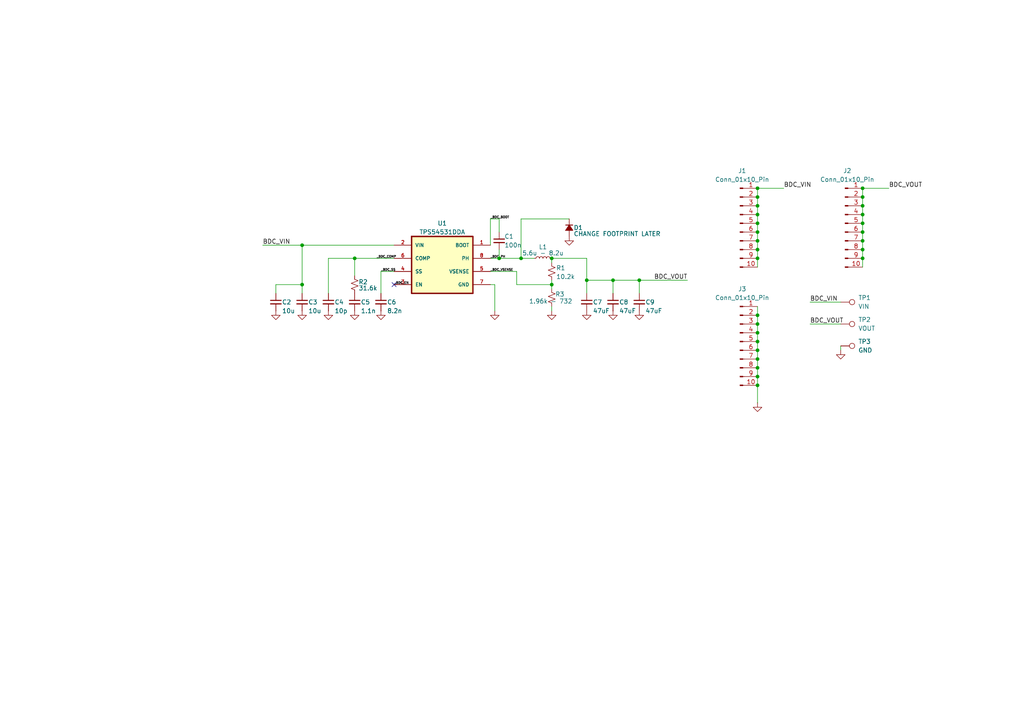
<source format=kicad_sch>
(kicad_sch (version 20250114) (generator "eeschema") (generator_version "9.0")
  (paper "A4")
  (lib_symbols
    (symbol "Connector:Conn_01x10_Pin" (pin_names (offset 1.016) (hide yes))
      (property "Reference" "J" (at 0 12.7 0))
      (property "Value" "Conn_01x10_Pin" (at 0 -15.24 0))
      (symbol "Conn_01x10_Pin_1_1"
        (rectangle (start 0.8636 10.287) (end 0 10.033) (stroke (width 0.1524)) (fill (type outline)))
        (rectangle (start 0.8636 7.747) (end 0 7.493) (stroke (width 0.1524)) (fill (type outline)))
        (rectangle (start 0.8636 5.207) (end 0 4.953) (stroke (width 0.1524)) (fill (type outline)))
        (rectangle (start 0.8636 2.667) (end 0 2.413) (stroke (width 0.1524)) (fill (type outline)))
        (rectangle (start 0.8636 0.127) (end 0 -0.127) (stroke (width 0.1524)) (fill (type outline)))
        (rectangle (start 0.8636 -2.413) (end 0 -2.667) (stroke (width 0.1524)) (fill (type outline)))
        (rectangle (start 0.8636 -4.953) (end 0 -5.207) (stroke (width 0.1524)) (fill (type outline)))
        (rectangle (start 0.8636 -7.493) (end 0 -7.747) (stroke (width 0.1524)) (fill (type outline)))
        (rectangle (start 0.8636 -10.033) (end 0 -10.287) (stroke (width 0.1524)) (fill (type outline)))
        (rectangle (start 0.8636 -12.573) (end 0 -12.827) (stroke (width 0.1524)) (fill (type outline)))
        (polyline (pts (xy 1.27 10.16) (xy 0.8636 10.16)) (stroke (width 0.1524)))
        (polyline (pts (xy 1.27 7.62) (xy 0.8636 7.62)) (stroke (width 0.1524)))
        (polyline (pts (xy 1.27 5.08) (xy 0.8636 5.08)) (stroke (width 0.1524)))
        (polyline (pts (xy 1.27 2.54) (xy 0.8636 2.54)) (stroke (width 0.1524)))
        (polyline (pts (xy 1.27 0) (xy 0.8636 0)) (stroke (width 0.1524)))
        (polyline (pts (xy 1.27 -2.54) (xy 0.8636 -2.54)) (stroke (width 0.1524)))
        (polyline (pts (xy 1.27 -5.08) (xy 0.8636 -5.08)) (stroke (width 0.1524)))
        (polyline (pts (xy 1.27 -7.62) (xy 0.8636 -7.62)) (stroke (width 0.1524)))
        (polyline (pts (xy 1.27 -10.16) (xy 0.8636 -10.16)) (stroke (width 0.1524)))
        (polyline (pts (xy 1.27 -12.7) (xy 0.8636 -12.7)) (stroke (width 0.1524)))
        (pin passive line (at 5.08 10.16 180) (length 3.81) (name "Pin_1") (number "1"))
        (pin passive line (at 5.08 7.62 180) (length 3.81) (name "Pin_2") (number "2"))
        (pin passive line (at 5.08 5.08 180) (length 3.81) (name "Pin_3") (number "3"))
        (pin passive line (at 5.08 2.54 180) (length 3.81) (name "Pin_4") (number "4"))
        (pin passive line (at 5.08 0 180) (length 3.81) (name "Pin_5") (number "5"))
        (pin passive line (at 5.08 -2.54 180) (length 3.81) (name "Pin_6") (number "6"))
        (pin passive line (at 5.08 -5.08 180) (length 3.81) (name "Pin_7") (number "7"))
        (pin passive line (at 5.08 -7.62 180) (length 3.81) (name "Pin_8") (number "8"))
        (pin passive line (at 5.08 -10.16 180) (length 3.81) (name "Pin_9") (number "9"))
        (pin passive line (at 5.08 -12.7 180) (length 3.81) (name "Pin_10") (number "10"))
      )
    )
    (symbol "Connector:TestPoint" (pin_numbers (hide yes)) (pin_names (offset 0.762) (hide yes))
      (property "Reference" "TP" (at 0 6.858 0))
      (property "Value" "TestPoint" (at 0 5.08 0))
      (symbol "TestPoint_0_1"
        (circle (center 0 3.302) (radius 0.762))
      )
      (symbol "TestPoint_1_1"
        (pin passive line (at 0 0 90) (length 2.54) (name "1") (number "1"))
      )
    )
    (symbol "Device:C_Small" (pin_numbers (hide yes)) (pin_names (offset 0.254) (hide yes))
      (property "Reference" "C" (at 0.254 1.778 0))
      (property "Value" "C_Small" (at 0.254 -2.032 0))
      (symbol "C_Small_0_1"
        (polyline (pts (xy -1.524 0.508) (xy 1.524 0.508)) (stroke (width 0.3048)))
        (polyline (pts (xy -1.524 -0.508) (xy 1.524 -0.508)) (stroke (width 0.3302)))
      )
      (symbol "C_Small_1_1"
        (pin passive line (at 0 2.54 270) (length 2.032) (name "~") (number "1"))
        (pin passive line (at 0 -2.54 90) (length 2.032) (name "~") (number "2"))
      )
    )
    (symbol "Device:D_Small_Filled" (pin_numbers (hide yes)) (pin_names (offset 0.254) (hide yes))
      (property "Reference" "D" (at -1.27 2.032 0))
      (property "Value" "D_Small_Filled" (at -3.81 -2.032 0))
      (symbol "D_Small_Filled_0_1"
        (polyline (pts (xy -0.762 0) (xy 0.762 0)))
        (polyline (pts (xy -0.762 -1.016) (xy -0.762 1.016)) (stroke (width 0.254)))
        (polyline (pts (xy 0.762 -1.016) (xy -0.762 0) (xy 0.762 1.016) (xy 0.762 -1.016)) (stroke (width 0.254)) (fill (type outline)))
      )
      (symbol "D_Small_Filled_1_1"
        (pin passive line (at -2.54 0 0) (length 1.778) (name "K") (number "1"))
        (pin passive line (at 2.54 0 180) (length 1.778) (name "A") (number "2"))
      )
    )
    (symbol "Device:L_Small" (pin_numbers (hide yes)) (pin_names (offset 0.254) (hide yes))
      (property "Reference" "L" (at 0.762 1.016 0))
      (property "Value" "L_Small" (at 0.762 -1.016 0))
      (symbol "L_Small_0_1"
        (arc (start 0 2.032) (mid 0.5058 1.524) (end 0 1.016))
        (arc (start 0 1.016) (mid 0.5058 0.508) (end 0 0))
        (arc (start 0 0) (mid 0.5058 -0.508) (end 0 -1.016))
        (arc (start 0 -1.016) (mid 0.5058 -1.524) (end 0 -2.032))
      )
      (symbol "L_Small_1_1"
        (pin passive line (at 0 2.54 270) (length 0.508) (name "~") (number "1"))
        (pin passive line (at 0 -2.54 90) (length 0.508) (name "~") (number "2"))
      )
    )
    (symbol "Device:R_Small_US" (pin_numbers (hide yes)) (pin_names (offset 0.254) (hide yes))
      (property "Reference" "R" (at 0.762 0.508 0))
      (property "Value" "R_Small_US" (at 0.762 -1.016 0))
      (symbol "R_Small_US_1_1"
        (polyline (pts (xy 0 1.524) (xy 1.016 1.143) (xy 0 0.762) (xy -1.016 0.381) (xy 0 0)))
        (polyline (pts (xy 0 0) (xy 1.016 -0.381) (xy 0 -0.762) (xy -1.016 -1.143) (xy 0 -1.524)))
        (pin passive line (at 0 2.54 270) (length 1.016) (name "~") (number "1"))
        (pin passive line (at 0 -2.54 90) (length 1.016) (name "~") (number "2"))
      )
    )
    (symbol "TPS54531DDA:TPS54531DDA" (pin_names (offset 1.016))
      (property "Reference" "U" (at -0.762 9.652 0))
      (property "Value" "TPS54531DDA" (at -6.604 7.874 0))
      (symbol "TPS54531DDA_0_0"
        (rectangle (start -8.89 7.62) (end 8.89 -8.89) (stroke (width 0.41)) (fill (type background)))
        (pin input line (at -13.97 5.08 0) (length 5.08) (name "VIN") (number "2"))
        (pin output line (at -13.97 1.27 0) (length 5.08) (name "COMP") (number "6"))
        (pin input line (at -13.97 -2.54 0) (length 5.08) (name "SS") (number "4"))
        (pin input line (at -13.97 -6.35 0) (length 5.08) (name "EN") (number "3"))
        (pin output line (at 13.97 5.08 180) (length 5.08) (name "BOOT") (number "1"))
        (pin output line (at 13.97 1.27 180) (length 5.08) (name "PH") (number "8"))
        (pin input line (at 13.97 -2.54 180) (length 5.08) (name "VSENSE") (number "5"))
        (pin power_in line (at 13.97 -6.35 180) (length 5.08) (name "GND") (number "7"))
      )
    )
    (symbol "power:GND" (power) (pin_numbers (hide yes)) (pin_names (offset 0) (hide yes))
      (property "Value" "GND" (at 0 -3.81 0))
      (symbol "GND_0_1"
        (polyline (pts (xy 0 0) (xy 0 -1.27) (xy 1.27 -1.27) (xy 0 -2.54) (xy -1.27 -1.27) (xy 0 -1.27)))
      )
      (symbol "GND_1_1"
        (pin power_in line (at 0 0 270) (length 0) (name "~") (number "1"))
      )
    )
  )
  (junction (at 219.71 104.14))
  (junction (at 250.19 57.15))
  (junction (at 219.71 54.61))
  (junction (at 160.02 74.93))
  (junction (at 219.71 57.15))
  (junction (at 177.8 81.28))
  (junction (at 219.71 111.76))
  (junction (at 219.71 101.6))
  (junction (at 219.71 59.69))
  (junction (at 250.19 67.31))
  (junction (at 144.78 74.93))
  (junction (at 250.19 59.69))
  (junction (at 219.71 74.93))
  (junction (at 250.19 69.85))
  (junction (at 250.19 64.77))
  (junction (at 219.71 62.23))
  (junction (at 219.71 99.06))
  (junction (at 219.71 72.39))
  (junction (at 87.63 82.55))
  (junction (at 151.13 74.93))
  (junction (at 219.71 69.85))
  (junction (at 250.19 74.93))
  (junction (at 219.71 93.98))
  (junction (at 102.87 74.93))
  (junction (at 219.71 64.77))
  (junction (at 250.19 72.39))
  (junction (at 250.19 54.61))
  (junction (at 250.19 62.23))
  (junction (at 219.71 91.44))
  (junction (at 160.02 82.55))
  (junction (at 87.63 71.12))
  (junction (at 219.71 96.52))
  (junction (at 219.71 109.22))
  (junction (at 185.42 81.28))
  (junction (at 219.71 106.68))
  (junction (at 219.71 67.31))
  (junction (at 170.18 81.28))
  (no_connect (at 114.3 82.55))
  (wire (pts (xy 149.86 78.74) (xy 149.86 82.55)))
  (wire (pts (xy 250.19 67.31) (xy 250.19 69.85)))
  (wire (pts (xy 151.13 63.5) (xy 151.13 74.93)))
  (wire (pts (xy 250.19 72.39) (xy 250.19 74.93)))
  (wire (pts (xy 250.19 54.61) (xy 250.19 57.15)))
  (wire (pts (xy 170.18 81.28) (xy 170.18 74.93)))
  (wire (pts (xy 219.71 72.39) (xy 219.71 74.93)))
  (wire (pts (xy 170.18 85.09) (xy 170.18 81.28)))
  (wire (pts (xy 219.71 74.93) (xy 219.71 77.47)))
  (wire (pts (xy 87.63 71.12) (xy 114.3 71.12)))
  (wire (pts (xy 219.71 62.23) (xy 219.71 64.77)))
  (wire (pts (xy 160.02 90.17) (xy 160.02 88.9)))
  (wire (pts (xy 170.18 74.93) (xy 160.02 74.93)))
  (wire (pts (xy 185.42 85.09) (xy 185.42 81.28)))
  (wire (pts (xy 250.19 69.85) (xy 250.19 72.39)))
  (wire (pts (xy 160.02 74.93) (xy 160.02 76.2)))
  (wire (pts (xy 80.01 82.55) (xy 80.01 85.09)))
  (wire (pts (xy 144.78 74.93) (xy 151.13 74.93)))
  (wire (pts (xy 219.71 93.98) (xy 219.71 96.52)))
  (wire (pts (xy 199.39 81.28) (xy 185.42 81.28)))
  (wire (pts (xy 102.87 74.93) (xy 114.3 74.93)))
  (wire (pts (xy 250.19 64.77) (xy 250.19 67.31)))
  (wire (pts (xy 142.24 63.5) (xy 142.24 71.12)))
  (wire (pts (xy 250.19 59.69) (xy 250.19 62.23)))
  (wire (pts (xy 160.02 81.28) (xy 160.02 82.55)))
  (wire (pts (xy 243.84 101.6) (xy 243.84 100.33)))
  (wire (pts (xy 219.71 111.76) (xy 219.71 116.84)))
  (wire (pts (xy 87.63 82.55) (xy 87.63 85.09)))
  (wire (pts (xy 144.78 74.93) (xy 144.78 72.39)))
  (wire (pts (xy 219.71 69.85) (xy 219.71 72.39)))
  (wire (pts (xy 177.8 81.28) (xy 170.18 81.28)))
  (wire (pts (xy 219.71 96.52) (xy 219.71 99.06)))
  (wire (pts (xy 219.71 88.9) (xy 219.71 91.44)))
  (wire (pts (xy 250.19 57.15) (xy 250.19 59.69)))
  (wire (pts (xy 142.24 74.93) (xy 144.78 74.93)))
  (wire (pts (xy 219.71 101.6) (xy 219.71 104.14)))
  (wire (pts (xy 95.25 74.93) (xy 102.87 74.93)))
  (wire (pts (xy 95.25 85.09) (xy 95.25 74.93)))
  (wire (pts (xy 110.49 85.09) (xy 110.49 78.74)))
  (wire (pts (xy 87.63 71.12) (xy 87.63 82.55)))
  (wire (pts (xy 110.49 78.74) (xy 114.3 78.74)))
  (wire (pts (xy 143.51 90.17) (xy 143.51 82.55)))
  (wire (pts (xy 143.51 82.55) (xy 142.24 82.55)))
  (wire (pts (xy 151.13 63.5) (xy 165.1 63.5)))
  (wire (pts (xy 219.71 106.68) (xy 219.71 109.22)))
  (wire (pts (xy 250.19 62.23) (xy 250.19 64.77)))
  (wire (pts (xy 219.71 104.14) (xy 219.71 106.68)))
  (wire (pts (xy 219.71 54.61) (xy 219.71 57.15)))
  (wire (pts (xy 149.86 82.55) (xy 160.02 82.55)))
  (wire (pts (xy 257.81 54.61) (xy 250.19 54.61)))
  (wire (pts (xy 219.71 64.77) (xy 219.71 67.31)))
  (wire (pts (xy 76.2 71.12) (xy 87.63 71.12)))
  (wire (pts (xy 160.02 82.55) (xy 160.02 83.82)))
  (wire (pts (xy 219.71 91.44) (xy 219.71 93.98)))
  (wire (pts (xy 87.63 82.55) (xy 80.01 82.55)))
  (wire (pts (xy 234.95 93.98) (xy 243.84 93.98)))
  (wire (pts (xy 151.13 74.93) (xy 154.94 74.93)))
  (wire (pts (xy 177.8 81.28) (xy 185.42 81.28)))
  (wire (pts (xy 219.71 54.61) (xy 227.33 54.61)))
  (wire (pts (xy 177.8 81.28) (xy 177.8 85.09)))
  (wire (pts (xy 219.71 57.15) (xy 219.71 59.69)))
  (wire (pts (xy 144.78 63.5) (xy 144.78 67.31)))
  (wire (pts (xy 219.71 109.22) (xy 219.71 111.76)))
  (wire (pts (xy 219.71 99.06) (xy 219.71 101.6)))
  (wire (pts (xy 219.71 67.31) (xy 219.71 69.85)))
  (wire (pts (xy 142.24 78.74) (xy 149.86 78.74)))
  (wire (pts (xy 219.71 59.69) (xy 219.71 62.23)))
  (wire (pts (xy 250.19 74.93) (xy 250.19 77.47)))
  (wire (pts (xy 234.95 87.63) (xy 243.84 87.63)))
  (wire (pts (xy 144.78 63.5) (xy 142.24 63.5)))
  (wire (pts (xy 102.87 74.93) (xy 102.87 80.01)))
  (label "_BDC_VSENSE" (at 142.24 78.74 0) (effects (font (size 0.635 0.635))))
  (label "_BDC_COMP" (at 109.22 74.93 0) (effects (font (size 0.635 0.635))))
  (label "BDC_VOUT" (at 257.81 54.61 0))
  (label "BDC_VIN" (at 227.33 54.61 0))
  (label "_BDC_BOOT" (at 142.24 63.5 0) (effects (font (size 0.635 0.635))))
  (label "BDC_VIN" (at 76.2 71.12 0))
  (label "BDC_VOUT" (at 199.39 81.28 180))
  (label "BDC_VIN" (at 234.95 87.63 0))
  (label "_BDC_PH" (at 142.24 74.93 0) (effects (font (size 0.635 0.635))))
  (label "_BDC_SS" (at 110.49 78.74 0) (effects (font (size 0.635 0.635))))
  (label "_BDC_EN" (at 114.3 82.55 0) (effects (font (size 0.635 0.635))))
  (label "BDC_VOUT" (at 234.95 93.98 0))
  (symbol (lib_id "Connector:Conn_01x10_Pin") (at 214.63 64.77 0) (unit 1)
    (property "Reference" "J1" (at 215.265 49.53 0))
    (property "Value" "Conn_01x10_Pin" (at 215.265 52.07 0))
    (property "Footprint" "Connector_PinHeader_2.54mm:PinHeader_1x10_P2.54mm_Vertical" (effects (hide yes)))
    (property "Description" "Generic connector, single row, 01x10, script generated" (effects (hide yes)))
  )
  (symbol (lib_id "Device:C_Small") (at 110.49 87.63 0) (unit 1)
    (property "Reference" "C6" (at 112.268 87.63 0) (effects (justify left)))
    (property "Value" "8.2n" (at 112.268 90.17 0) (effects (justify left)))
    (property "Footprint" "Capacitor_SMD:C_0805_2012Metric" (effects (hide yes)))
    (property "Description" "Unpolarized capacitor, small symbol" (effects (hide yes)))
  )
  (symbol (lib_id "power:GND") (at 87.63 90.17 0) (unit 1)
    (property "Reference" "#PWR03" (effects (hide yes)))
    (property "Value" "GND" (effects (hide yes)))
    (property "Description" "Power symbol creates a global label with name \"GND\" , ground" (effects (hide yes)))
  )
  (symbol (lib_id "Device:C_Small") (at 185.42 87.63 0) (unit 1)
    (property "Reference" "C9" (at 187.198 87.63 0) (effects (justify left)))
    (property "Value" "47uF" (at 187.198 90.17 0) (effects (justify left)))
    (property "Footprint" "Capacitor_SMD:C_0805_2012Metric" (effects (hide yes)))
    (property "Description" "Unpolarized capacitor, small symbol" (effects (hide yes)))
  )
  (symbol (lib_id "Connector:TestPoint") (at 243.84 93.98 270) (unit 1)
    (property "Reference" "TP2" (at 248.92 92.7099 90) (effects (justify left)))
    (property "Value" "VOUT" (at 248.92 95.2499 90) (effects (justify left)))
    (property "Footprint" "TestPoint:TestPoint_Keystone_5005-5009_Compact" (effects (hide yes)))
    (property "Description" "test point" (effects (hide yes)))
  )
  (symbol (lib_id "power:GND") (at 95.25 90.17 0) (unit 1)
    (property "Reference" "#PWR04" (effects (hide yes)))
    (property "Value" "GND" (effects (hide yes)))
    (property "Description" "Power symbol creates a global label with name \"GND\" , ground" (effects (hide yes)))
  )
  (symbol (lib_id "Device:C_Small") (at 95.25 87.63 0) (unit 1)
    (property "Reference" "C4" (at 97.028 87.63 0) (effects (justify left)))
    (property "Value" "10p" (at 97.028 90.17 0) (effects (justify left)))
    (property "Footprint" "Capacitor_SMD:C_0805_2012Metric" (effects (hide yes)))
    (property "Description" "Unpolarized capacitor, small symbol" (effects (hide yes)))
  )
  (symbol (lib_id "Connector:Conn_01x10_Pin") (at 245.11 64.77 0) (unit 1)
    (property "Reference" "J2" (at 245.745 49.53 0))
    (property "Value" "Conn_01x10_Pin" (at 245.745 52.07 0))
    (property "Footprint" "Connector_PinHeader_2.54mm:PinHeader_1x10_P2.54mm_Vertical" (effects (hide yes)))
    (property "Description" "Generic connector, single row, 01x10, script generated" (effects (hide yes)))
  )
  (symbol (lib_id "power:GND") (at 170.18 90.17 0) (unit 1)
    (property "Reference" "#PWR09" (effects (hide yes)))
    (property "Value" "GND" (effects (hide yes)))
    (property "Description" "Power symbol creates a global label with name \"GND\" , ground" (effects (hide yes)))
  )
  (symbol (lib_id "power:GND") (at 160.02 90.17 0) (unit 1)
    (property "Reference" "#PWR08" (effects (hide yes)))
    (property "Value" "GND" (effects (hide yes)))
    (property "Description" "Power symbol creates a global label with name \"GND\" , ground" (effects (hide yes)))
  )
  (symbol (lib_id "Device:C_Small") (at 87.63 87.63 0) (unit 1)
    (property "Reference" "C3" (at 89.408 87.63 0) (effects (justify left)))
    (property "Value" "10u" (at 89.408 90.17 0) (effects (justify left)))
    (property "Footprint" "Capacitor_SMD:C_0805_2012Metric" (effects (hide yes)))
    (property "Description" "Unpolarized capacitor, small symbol" (effects (hide yes)))
  )
  (symbol (lib_id "Device:R_Small_US") (at 160.02 86.36 0) (unit 1)
    (property "Reference" "R3" (at 161.036 85.344 0) (effects (justify left)))
    (property "Value" "1.96k - 732" (at 153.416 87.376 0) (effects (justify left)))
    (property "Footprint" "Resistor_SMD:R_0805_2012Metric" (effects (hide yes)))
    (property "Description" "Resistor, small US symbol" (effects (hide yes)))
  )
  (symbol (lib_id "power:GND") (at 177.8 90.17 0) (unit 1)
    (property "Reference" "#PWR010" (effects (hide yes)))
    (property "Value" "GND" (effects (hide yes)))
    (property "Description" "Power symbol creates a global label with name \"GND\" , ground" (effects (hide yes)))
  )
  (symbol (lib_id "power:GND") (at 219.71 116.84 0) (unit 1)
    (property "Reference" "#PWR012" (effects (hide yes)))
    (property "Value" "GND" (effects (hide yes)))
    (property "Description" "Power symbol creates a global label with name \"GND\" , ground" (effects (hide yes)))
  )
  (symbol (lib_id "power:GND") (at 102.87 90.17 0) (unit 1)
    (property "Reference" "#PWR05" (effects (hide yes)))
    (property "Value" "GND" (effects (hide yes)))
    (property "Description" "Power symbol creates a global label with name \"GND\" , ground" (effects (hide yes)))
  )
  (symbol (lib_id "Device:R_Small_US") (at 160.02 78.74 0) (unit 1)
    (property "Reference" "R1" (at 161.29 77.724 0) (effects (justify left)))
    (property "Value" "10.2k" (at 161.29 80.264 0) (effects (justify left)))
    (property "Footprint" "Resistor_SMD:R_0805_2012Metric" (effects (hide yes)))
    (property "Description" "Resistor, small US symbol" (effects (hide yes)))
  )
  (symbol (lib_id "power:GND") (at 143.51 90.17 0) (unit 1)
    (property "Reference" "#PWR07" (effects (hide yes)))
    (property "Value" "GND" (effects (hide yes)))
    (property "Description" "Power symbol creates a global label with name \"GND\" , ground" (effects (hide yes)))
  )
  (symbol (lib_id "Device:L_Small") (at 157.48 74.93 90) (unit 1)
    (property "Reference" "L1" (at 157.48 71.628 90))
    (property "Value" "5.6u - 8.2u" (at 157.48 73.406 90))
    (property "Footprint" "Inductor_SMD:L_APV_ANR4018" (effects (hide yes)))
    (property "Description" "Inductor, small symbol" (effects (hide yes)))
  )
  (symbol (lib_id "power:GND") (at 80.01 90.17 0) (unit 1)
    (property "Reference" "#PWR02" (effects (hide yes)))
    (property "Value" "GND" (effects (hide yes)))
    (property "Description" "Power symbol creates a global label with name \"GND\" , ground" (effects (hide yes)))
  )
  (symbol (lib_id "TPS54531DDA:TPS54531DDA") (at 128.27 76.2 0) (unit 1)
    (property "Reference" "U1" (at 128.27 64.77 0))
    (property "Value" "TPS54531DDA" (at 128.27 67.31 0))
    (property "Footprint" "footprints:VREG_LM5017MR_NOPB" (effects (hide yes)))
  )
  (symbol (lib_id "Connector:Conn_01x10_Pin") (at 214.63 99.06 0) (unit 1)
    (property "Reference" "J3" (at 215.265 83.82 0))
    (property "Value" "Conn_01x10_Pin" (at 215.265 86.36 0))
    (property "Footprint" "Connector_PinHeader_2.54mm:PinHeader_1x10_P2.54mm_Vertical" (effects (hide yes)))
    (property "Description" "Generic connector, single row, 01x10, script generated" (effects (hide yes)))
  )
  (symbol (lib_id "Device:C_Small") (at 170.18 87.63 0) (unit 1)
    (property "Reference" "C7" (at 171.958 87.63 0) (effects (justify left)))
    (property "Value" "47uF" (at 171.958 90.17 0) (effects (justify left)))
    (property "Footprint" "Capacitor_SMD:C_0805_2012Metric" (effects (hide yes)))
    (property "Description" "Unpolarized capacitor, small symbol" (effects (hide yes)))
  )
  (symbol (lib_id "power:GND") (at 165.1 68.58 0) (unit 1)
    (property "Reference" "#PWR01" (effects (hide yes)))
    (property "Value" "GND" (effects (hide yes)))
    (property "Description" "Power symbol creates a global label with name \"GND\" , ground" (effects (hide yes)))
  )
  (symbol (lib_id "Connector:TestPoint") (at 243.84 87.63 270) (unit 1)
    (property "Reference" "TP1" (at 248.92 86.3599 90) (effects (justify left)))
    (property "Value" "VIN" (at 248.92 88.8999 90) (effects (justify left)))
    (property "Footprint" "TestPoint:TestPoint_Keystone_5005-5009_Compact" (effects (hide yes)))
    (property "Description" "test point" (effects (hide yes)))
  )
  (symbol (lib_id "power:GND") (at 243.84 101.6 0) (unit 1)
    (property "Reference" "#PWR013" (effects (hide yes)))
    (property "Value" "GND" (effects (hide yes)))
    (property "Description" "Power symbol creates a global label with name \"GND\" , ground" (effects (hide yes)))
  )
  (symbol (lib_id "Device:R_Small_US") (at 102.87 82.55 180) (unit 1)
    (property "Reference" "R2" (at 106.68 81.788 0) (effects (justify left)))
    (property "Value" "31.6k" (at 109.474 83.566 0) (effects (justify left)))
    (property "Footprint" "Resistor_SMD:R_0805_2012Metric" (effects (hide yes)))
    (property "Description" "Resistor, small US symbol" (effects (hide yes)))
  )
  (symbol (lib_id "Device:C_Small") (at 102.87 87.63 0) (unit 1)
    (property "Reference" "C5" (at 104.648 87.63 0) (effects (justify left)))
    (property "Value" "1.1n" (at 104.648 90.17 0) (effects (justify left)))
    (property "Footprint" "Capacitor_SMD:C_0805_2012Metric" (effects (hide yes)))
    (property "Description" "Unpolarized capacitor, small symbol" (effects (hide yes)))
  )
  (symbol (lib_id "Device:D_Small_Filled") (at 165.1 66.04 270) (unit 1)
    (property "Reference" "D1" (at 166.37 66.04 90) (effects (justify left)))
    (property "Value" "CHANGE FOOTPRINT LATER" (at 166.37 67.818 90) (effects (justify left)))
    (property "Footprint" "Diode_SMD:D_0805_2012Metric" (effects (hide yes)))
    (property "Description" "Diode, small symbol, filled shape" (effects (hide yes)))
    (property "Sim.Device" "D" (effects (hide yes)))
    (property "Sim.Pins" "1=K 2=A" (effects (hide yes)))
  )
  (symbol (lib_id "power:GND") (at 185.42 90.17 0) (unit 1)
    (property "Reference" "#PWR011" (effects (hide yes)))
    (property "Value" "GND" (effects (hide yes)))
    (property "Description" "Power symbol creates a global label with name \"GND\" , ground" (effects (hide yes)))
  )
  (symbol (lib_id "Connector:TestPoint") (at 243.84 100.33 270) (unit 1)
    (property "Reference" "TP3" (at 248.92 99.0599 90) (effects (justify left)))
    (property "Value" "GND" (at 248.92 101.5999 90) (effects (justify left)))
    (property "Footprint" "TestPoint:TestPoint_Keystone_5005-5009_Compact" (effects (hide yes)))
    (property "Description" "test point" (effects (hide yes)))
  )
  (symbol (lib_id "Device:C_Small") (at 177.8 87.63 0) (unit 1)
    (property "Reference" "C8" (at 179.578 87.63 0) (effects (justify left)))
    (property "Value" "47uF" (at 179.578 90.17 0) (effects (justify left)))
    (property "Footprint" "Capacitor_SMD:C_0805_2012Metric" (effects (hide yes)))
    (property "Description" "Unpolarized capacitor, small symbol" (effects (hide yes)))
  )
  (symbol (lib_id "Device:C_Small") (at 144.78 69.85 0) (unit 1)
    (property "Reference" "C1" (at 146.304 68.58 0) (effects (justify left)))
    (property "Value" "100n" (at 146.304 71.12 0) (effects (justify left)))
    (property "Footprint" "Capacitor_SMD:C_0805_2012Metric" (effects (hide yes)))
    (property "Description" "Unpolarized capacitor, small symbol" (effects (hide yes)))
  )
  (symbol (lib_id "Device:C_Small") (at 80.01 87.63 0) (unit 1)
    (property "Reference" "C2" (at 81.788 87.63 0) (effects (justify left)))
    (property "Value" "10u" (at 81.788 90.17 0) (effects (justify left)))
    (property "Footprint" "Capacitor_SMD:C_0805_2012Metric" (effects (hide yes)))
    (property "Description" "Unpolarized capacitor, small symbol" (effects (hide yes)))
  )
  (symbol (lib_id "power:GND") (at 110.49 90.17 0) (unit 1)
    (property "Reference" "#PWR06" (effects (hide yes)))
    (property "Value" "GND" (effects (hide yes)))
    (property "Description" "Power symbol creates a global label with name \"GND\" , ground" (effects (hide yes)))
  )
)
</source>
